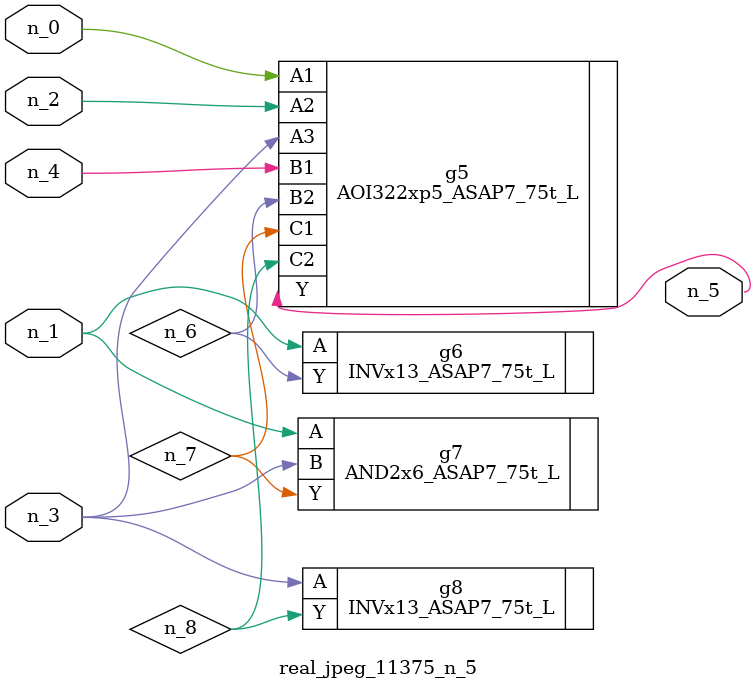
<source format=v>
module real_jpeg_11375_n_5 (n_4, n_0, n_1, n_2, n_3, n_5);

input n_4;
input n_0;
input n_1;
input n_2;
input n_3;

output n_5;

wire n_8;
wire n_6;
wire n_7;

AOI322xp5_ASAP7_75t_L g5 ( 
.A1(n_0),
.A2(n_2),
.A3(n_3),
.B1(n_4),
.B2(n_6),
.C1(n_7),
.C2(n_8),
.Y(n_5)
);

INVx13_ASAP7_75t_L g6 ( 
.A(n_1),
.Y(n_6)
);

AND2x6_ASAP7_75t_L g7 ( 
.A(n_1),
.B(n_3),
.Y(n_7)
);

INVx13_ASAP7_75t_L g8 ( 
.A(n_3),
.Y(n_8)
);


endmodule
</source>
